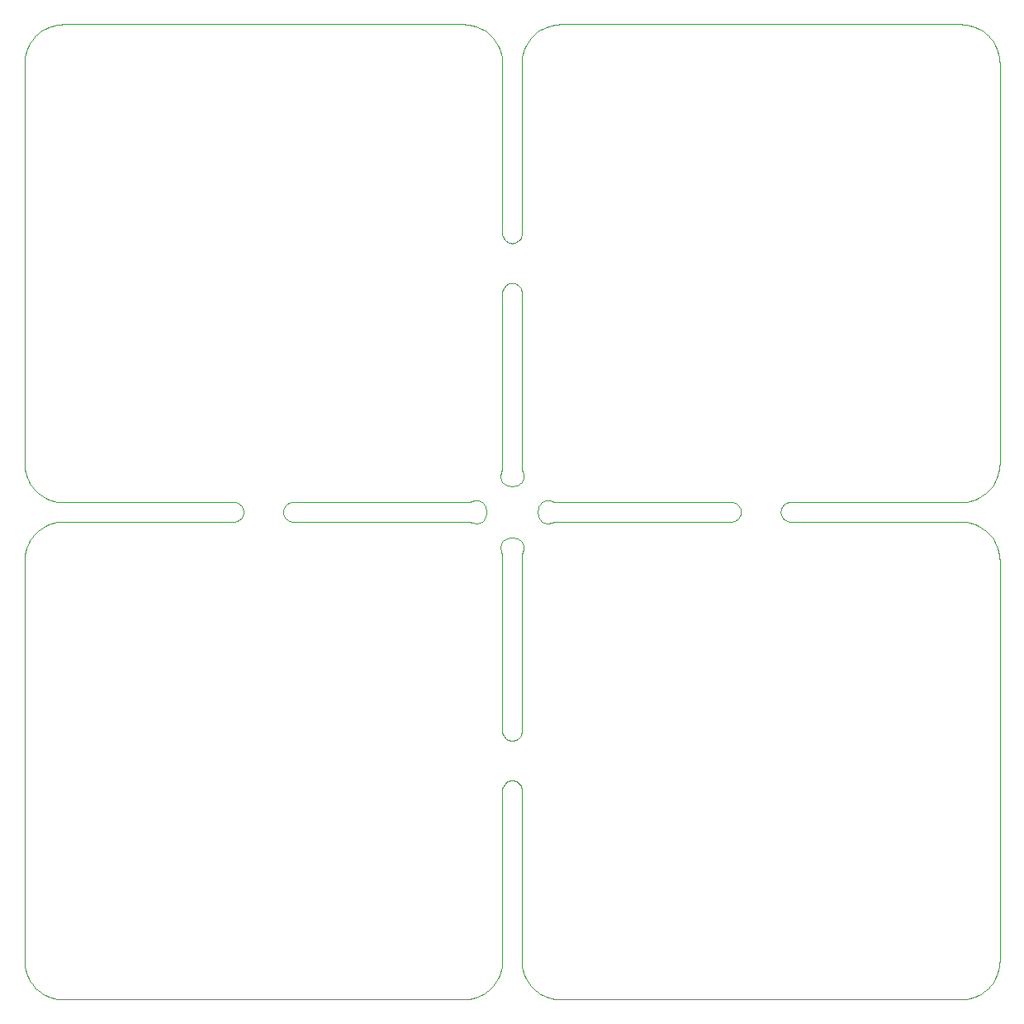
<source format=gko>
%MOIN*%
%OFA0B0*%
%FSLAX36Y36*%
%IPPOS*%
%LPD*%
%ADD10C,0*%
D10*
X000157480Y000000000D02*
X000157480Y000000000D01*
X001771653Y000000000D01*
X001784008Y000000485D01*
X001796288Y000001938D01*
X001808416Y000004351D01*
X001820317Y000007707D01*
X001831918Y000011987D01*
X001843147Y000017164D01*
X001853936Y000023206D01*
X001864218Y000030076D01*
X001873928Y000037731D01*
X001883008Y000046125D01*
X001891402Y000055205D01*
X001899057Y000064915D01*
X001905927Y000075197D01*
X001911969Y000085985D01*
X001917146Y000097215D01*
X001921426Y000108816D01*
X001924782Y000120717D01*
X001927195Y000132845D01*
X001928647Y000145124D01*
X001929133Y000157480D01*
X001929133Y000844892D01*
X001929618Y000851051D01*
X001931060Y000857058D01*
X001933424Y000862765D01*
X001936652Y000868033D01*
X001940665Y000872731D01*
X001945362Y000876743D01*
X001950630Y000879971D01*
X001956337Y000882335D01*
X001962345Y000883777D01*
X001968503Y000884262D01*
X001974662Y000883777D01*
X001980669Y000882335D01*
X001986377Y000879971D01*
X001991645Y000876743D01*
X001996342Y000872731D01*
X002000355Y000868033D01*
X002003582Y000862765D01*
X002005947Y000857058D01*
X002007389Y000851051D01*
X002007874Y000844892D01*
X002007874Y000844892D01*
X002007874Y000157480D01*
X002008359Y000145124D01*
X002009812Y000132845D01*
X002012225Y000120717D01*
X002015581Y000108816D01*
X002019861Y000097215D01*
X002025038Y000085985D01*
X002031080Y000075197D01*
X002037950Y000064915D01*
X002045605Y000055205D01*
X002053998Y000046125D01*
X002063078Y000037731D01*
X002072789Y000030076D01*
X002083070Y000023206D01*
X002093859Y000017164D01*
X002105089Y000011987D01*
X002116690Y000007707D01*
X002128590Y000004351D01*
X002140718Y000001938D01*
X002152998Y000000485D01*
X002165354Y000000000D01*
X003779527Y000000000D01*
X003791883Y000000485D01*
X003804162Y000001938D01*
X003816290Y000004351D01*
X003828191Y000007707D01*
X003839792Y000011987D01*
X003851021Y000017164D01*
X003861810Y000023206D01*
X003872092Y000030076D01*
X003881802Y000037731D01*
X003890882Y000046125D01*
X003899276Y000055205D01*
X003906931Y000064915D01*
X003913801Y000075197D01*
X003919843Y000085985D01*
X003925020Y000097215D01*
X003929300Y000108816D01*
X003932656Y000120717D01*
X003935069Y000132845D01*
X003936521Y000145124D01*
X003937007Y000157480D01*
X003937007Y001771653D01*
X003936521Y001784009D01*
X003935069Y001796288D01*
X003932656Y001808416D01*
X003929300Y001820317D01*
X003925020Y001831918D01*
X003919843Y001843148D01*
X003913801Y001853936D01*
X003906931Y001864218D01*
X003899276Y001873929D01*
X003890882Y001883009D01*
X003881802Y001891402D01*
X003872092Y001899057D01*
X003861810Y001905927D01*
X003851021Y001911969D01*
X003839792Y001917146D01*
X003828191Y001921426D01*
X003816290Y001924782D01*
X003804162Y001927195D01*
X003791883Y001928648D01*
X003779527Y001929133D01*
X003092115Y001929133D01*
X003089026Y001929255D01*
X003085956Y001929618D01*
X003082924Y001930221D01*
X003079949Y001931060D01*
X003077049Y001932130D01*
X003074241Y001933424D01*
X003071544Y001934935D01*
X003068974Y001936652D01*
X003066546Y001938566D01*
X003064276Y001940665D01*
X003062178Y001942935D01*
X003060264Y001945362D01*
X003058547Y001947933D01*
X003057036Y001950630D01*
X003055742Y001953437D01*
X003054672Y001956337D01*
X003053833Y001959313D01*
X003053230Y001962345D01*
X003052866Y001965414D01*
X003052745Y001968503D01*
X003052745Y001968504D01*
X003052866Y001971592D01*
X003053230Y001974662D01*
X003053833Y001977694D01*
X003054672Y001980670D01*
X003055742Y001983570D01*
X003057036Y001986377D01*
X003058547Y001989074D01*
X003060264Y001991645D01*
X003062178Y001994072D01*
X003064276Y001996342D01*
X003066546Y001998441D01*
X003068974Y002000355D01*
X003071544Y002002072D01*
X003074241Y002003583D01*
X003077049Y002004877D01*
X003079949Y002005947D01*
X003082924Y002006786D01*
X003085956Y002007389D01*
X003089026Y002007752D01*
X003092115Y002007874D01*
X003779527Y002007874D01*
X003791883Y002008359D01*
X003804162Y002009812D01*
X003816290Y002012225D01*
X003828191Y002015581D01*
X003839792Y002019861D01*
X003851021Y002025038D01*
X003861810Y002031080D01*
X003872092Y002037950D01*
X003881802Y002045605D01*
X003890882Y002053999D01*
X003899276Y002063079D01*
X003906931Y002072789D01*
X003913801Y002083071D01*
X003919843Y002093859D01*
X003925020Y002105089D01*
X003929300Y002116690D01*
X003932656Y002128591D01*
X003935069Y002140719D01*
X003936521Y002152998D01*
X003937007Y002165354D01*
X003937007Y003779527D01*
X003936521Y003791883D01*
X003935069Y003804162D01*
X003932656Y003816290D01*
X003929300Y003828191D01*
X003925020Y003839792D01*
X003919843Y003851022D01*
X003913801Y003861810D01*
X003906931Y003872092D01*
X003899276Y003881803D01*
X003890882Y003890883D01*
X003881802Y003899276D01*
X003872092Y003906931D01*
X003861810Y003913801D01*
X003851021Y003919843D01*
X003839792Y003925020D01*
X003828191Y003929300D01*
X003816290Y003932656D01*
X003804162Y003935069D01*
X003791883Y003936522D01*
X003779527Y003937007D01*
X002165354Y003937007D01*
X002152998Y003936522D01*
X002140718Y003935069D01*
X002128590Y003932656D01*
X002116690Y003929300D01*
X002105089Y003925020D01*
X002093859Y003919843D01*
X002083070Y003913801D01*
X002072789Y003906931D01*
X002063078Y003899276D01*
X002053998Y003890883D01*
X002045605Y003881803D01*
X002037950Y003872092D01*
X002031080Y003861810D01*
X002025038Y003851022D01*
X002019861Y003839792D01*
X002015581Y003828191D01*
X002012225Y003816290D01*
X002009812Y003804162D01*
X002008359Y003791883D01*
X002007874Y003779527D01*
X002007874Y003092115D01*
X002007874Y003092115D01*
X002007389Y003085956D01*
X002005947Y003079949D01*
X002003582Y003074241D01*
X002000355Y003068974D01*
X001996342Y003064276D01*
X001991645Y003060264D01*
X001986377Y003057036D01*
X001980669Y003054672D01*
X001974662Y003053230D01*
X001968503Y003052745D01*
X001962345Y003053230D01*
X001956337Y003054672D01*
X001950630Y003057036D01*
X001945362Y003060264D01*
X001940665Y003064276D01*
X001936652Y003068974D01*
X001933424Y003074241D01*
X001931060Y003079949D01*
X001929618Y003085956D01*
X001929133Y003092115D01*
X001929133Y003779527D01*
X001928647Y003791883D01*
X001927195Y003804162D01*
X001924782Y003816290D01*
X001921426Y003828191D01*
X001917146Y003839792D01*
X001911969Y003851022D01*
X001905927Y003861810D01*
X001899057Y003872092D01*
X001891402Y003881803D01*
X001883008Y003890883D01*
X001873928Y003899276D01*
X001864218Y003906931D01*
X001853936Y003913801D01*
X001843147Y003919843D01*
X001831918Y003925020D01*
X001820317Y003929300D01*
X001808416Y003932656D01*
X001796288Y003935069D01*
X001784008Y003936522D01*
X001771653Y003937007D01*
X000157480Y003937007D01*
X000145124Y003936522D01*
X000132844Y003935069D01*
X000120716Y003932656D01*
X000108816Y003929300D01*
X000097215Y003925020D01*
X000085985Y003919843D01*
X000075196Y003913801D01*
X000064915Y003906931D01*
X000055204Y003899276D01*
X000046124Y003890883D01*
X000037730Y003881803D01*
X000030076Y003872092D01*
X000023206Y003861810D01*
X000017164Y003851022D01*
X000011987Y003839792D01*
X000007707Y003828191D01*
X000004351Y003816290D01*
X000001938Y003804162D01*
X000000485Y003791883D01*
X000000000Y003779527D01*
X000000000Y002165354D01*
X000000485Y002152998D01*
X000001938Y002140719D01*
X000004351Y002128591D01*
X000007707Y002116690D01*
X000011987Y002105089D01*
X000017164Y002093859D01*
X000023206Y002083071D01*
X000030076Y002072789D01*
X000037730Y002063079D01*
X000046124Y002053999D01*
X000055204Y002045605D01*
X000064915Y002037950D01*
X000075196Y002031080D01*
X000085985Y002025038D01*
X000097215Y002019861D01*
X000108816Y002015581D01*
X000120716Y002012225D01*
X000132844Y002009812D01*
X000145124Y002008359D01*
X000157480Y002007874D01*
X000844892Y002007874D01*
X000847981Y002007752D01*
X000851051Y002007389D01*
X000854083Y002006786D01*
X000857058Y002005947D01*
X000859958Y002004877D01*
X000862765Y002003583D01*
X000865463Y002002072D01*
X000868033Y002000355D01*
X000870461Y001998441D01*
X000872731Y001996342D01*
X000874829Y001994072D01*
X000876743Y001991645D01*
X000878460Y001989074D01*
X000879971Y001986377D01*
X000881265Y001983570D01*
X000882335Y001980670D01*
X000883174Y001977694D01*
X000883777Y001974662D01*
X000884140Y001971592D01*
X000884262Y001968504D01*
X000884262Y001968503D01*
X000884140Y001965414D01*
X000883777Y001962345D01*
X000883174Y001959313D01*
X000882335Y001956337D01*
X000881265Y001953437D01*
X000879971Y001950630D01*
X000878460Y001947933D01*
X000876743Y001945362D01*
X000874829Y001942935D01*
X000872731Y001940665D01*
X000870461Y001938566D01*
X000868033Y001936652D01*
X000865463Y001934935D01*
X000862765Y001933424D01*
X000859958Y001932130D01*
X000857058Y001931060D01*
X000854083Y001930221D01*
X000851051Y001929618D01*
X000847981Y001929255D01*
X000844892Y001929133D01*
X000157480Y001929133D01*
X000145124Y001928648D01*
X000132844Y001927195D01*
X000120716Y001924782D01*
X000108816Y001921426D01*
X000097215Y001917146D01*
X000085985Y001911969D01*
X000075196Y001905927D01*
X000064915Y001899057D01*
X000055204Y001891402D01*
X000046124Y001883009D01*
X000037730Y001873929D01*
X000030076Y001864218D01*
X000023206Y001853936D01*
X000017164Y001843148D01*
X000011987Y001831918D01*
X000007707Y001820317D01*
X000004351Y001808416D01*
X000001938Y001796288D01*
X000000485Y001784009D01*
X000000000Y001771653D01*
X000000000Y000157480D01*
X000000485Y000145124D01*
X000001938Y000132845D01*
X000004351Y000120717D01*
X000007707Y000108816D01*
X000011987Y000097215D01*
X000017164Y000085985D01*
X000023206Y000075197D01*
X000030076Y000064915D01*
X000037730Y000055205D01*
X000046124Y000046125D01*
X000055204Y000037731D01*
X000064915Y000030076D01*
X000075196Y000023206D01*
X000085985Y000017164D01*
X000097215Y000011987D01*
X000108816Y000007707D01*
X000120716Y000004351D01*
X000132844Y000001938D01*
X000145124Y000000485D01*
X000157480Y000000000D01*
X002123239Y001923273D02*
X002123239Y001923273D01*
X002119702Y001922449D01*
X002116104Y001921955D01*
X002112475Y001921795D01*
X002108847Y001921970D01*
X002105251Y001922478D01*
X002101717Y001923315D01*
X002098275Y001924475D01*
X002094955Y001925947D01*
X002091784Y001927718D01*
X002088791Y001929774D01*
X002085999Y001932098D01*
X002083433Y001934668D01*
X002081115Y001937464D01*
X002079065Y001940462D01*
X002077300Y001943636D01*
X002075834Y001946960D01*
X002074682Y001950404D01*
X002073851Y001953940D01*
X002073350Y001957537D01*
X002073182Y001961165D01*
X002073182Y001975842D01*
X002073350Y001979470D01*
X002073851Y001983068D01*
X002074682Y001986603D01*
X002075834Y001990047D01*
X002077300Y001993371D01*
X002079065Y001996545D01*
X002081115Y001999543D01*
X002083433Y002002339D01*
X002085999Y002004910D01*
X002088790Y002007233D01*
X002091784Y002009289D01*
X002094955Y002011061D01*
X002098275Y002012532D01*
X002101717Y002013692D01*
X002105251Y002014529D01*
X002108847Y002015038D01*
X002112475Y002015212D01*
X002116104Y002015052D01*
X002119702Y002014558D01*
X002123239Y002013734D01*
X002128590Y002012225D01*
X002140718Y002009812D01*
X002152998Y002008359D01*
X002165354Y002007874D01*
X002852766Y002007874D01*
X002855855Y002007752D01*
X002858925Y002007389D01*
X002861957Y002006786D01*
X002864932Y002005947D01*
X002867832Y002004877D01*
X002870639Y002003583D01*
X002873337Y002002072D01*
X002875907Y002000355D01*
X002878335Y001998441D01*
X002880605Y001996342D01*
X002882703Y001994072D01*
X002884617Y001991645D01*
X002886334Y001989074D01*
X002887845Y001986377D01*
X002889139Y001983570D01*
X002890209Y001980670D01*
X002891048Y001977694D01*
X002891651Y001974662D01*
X002892015Y001971592D01*
X002892136Y001968504D01*
X002892136Y001968503D01*
X002892015Y001965414D01*
X002891651Y001962345D01*
X002891048Y001959313D01*
X002890209Y001956337D01*
X002889139Y001953437D01*
X002887845Y001950630D01*
X002886334Y001947933D01*
X002884617Y001945362D01*
X002882703Y001942935D01*
X002880605Y001940665D01*
X002878335Y001938566D01*
X002875907Y001936652D01*
X002873337Y001934935D01*
X002870639Y001933424D01*
X002867832Y001932130D01*
X002864932Y001931060D01*
X002861957Y001930221D01*
X002858925Y001929618D01*
X002855855Y001929255D01*
X002852766Y001929133D01*
X002165354Y001929133D01*
X002152998Y001928648D01*
X002140718Y001927195D01*
X002128590Y001924782D01*
X002123239Y001923273D01*
X001923273Y001813768D02*
X001923273Y001813768D01*
X001922449Y001817305D01*
X001921955Y001820903D01*
X001921795Y001824531D01*
X001921969Y001828159D01*
X001922478Y001831755D01*
X001923315Y001835289D01*
X001924475Y001838730D01*
X001925946Y001842051D01*
X001927718Y001845221D01*
X001929774Y001848215D01*
X001932097Y001851006D01*
X001934668Y001853572D01*
X001937464Y001855890D01*
X001940461Y001857940D01*
X001943635Y001859705D01*
X001946958Y001861171D01*
X001950402Y001862324D01*
X001953938Y001863154D01*
X001957535Y001863656D01*
X001961163Y001863823D01*
X001975840Y001863824D01*
X001979468Y001863657D01*
X001983065Y001863156D01*
X001986601Y001862326D01*
X001990045Y001861173D01*
X001993369Y001859708D01*
X001996543Y001857943D01*
X001999541Y001855892D01*
X002002337Y001853575D01*
X002004908Y001851009D01*
X002007232Y001848217D01*
X002009288Y001845223D01*
X002011060Y001842053D01*
X002012532Y001838732D01*
X002013691Y001835290D01*
X002014529Y001831756D01*
X002015037Y001828160D01*
X002015212Y001824532D01*
X002015052Y001820903D01*
X002014557Y001817305D01*
X002013734Y001813768D01*
X002012225Y001808416D01*
X002009812Y001796288D01*
X002008359Y001784009D01*
X002007874Y001771653D01*
X002007874Y001084241D01*
X002007874Y001084241D01*
X002007389Y001078082D01*
X002005947Y001072075D01*
X002003582Y001066367D01*
X002000355Y001061100D01*
X001996342Y001056402D01*
X001991645Y001052390D01*
X001986377Y001049162D01*
X001980669Y001046798D01*
X001974662Y001045356D01*
X001968503Y001044871D01*
X001962345Y001045356D01*
X001956337Y001046798D01*
X001950630Y001049162D01*
X001945362Y001052390D01*
X001940665Y001056402D01*
X001936652Y001061100D01*
X001933424Y001066367D01*
X001931060Y001072075D01*
X001929618Y001078082D01*
X001929133Y001084241D01*
X001929133Y001771653D01*
X001928647Y001784009D01*
X001927195Y001796288D01*
X001924782Y001808416D01*
X001923273Y001813768D01*
X001813767Y002013734D02*
X001813767Y002013734D01*
X001817305Y002014558D01*
X001820903Y002015052D01*
X001824531Y002015212D01*
X001828159Y002015038D01*
X001831755Y002014529D01*
X001835289Y002013692D01*
X001838731Y002012532D01*
X001842052Y002011061D01*
X001845222Y002009289D01*
X001848216Y002007233D01*
X001851008Y002004909D01*
X001853573Y002002339D01*
X001855891Y001999543D01*
X001857941Y001996545D01*
X001859707Y001993371D01*
X001861172Y001990047D01*
X001862325Y001986603D01*
X001863155Y001983068D01*
X001863656Y001979470D01*
X001863824Y001975842D01*
X001863824Y001961165D01*
X001863656Y001957537D01*
X001863155Y001953940D01*
X001862325Y001950404D01*
X001861172Y001946960D01*
X001859707Y001943637D01*
X001857941Y001940462D01*
X001855891Y001937465D01*
X001853573Y001934668D01*
X001851008Y001932098D01*
X001848216Y001929774D01*
X001845222Y001927718D01*
X001842052Y001925947D01*
X001838731Y001924475D01*
X001835289Y001923315D01*
X001831755Y001922478D01*
X001828159Y001921970D01*
X001824531Y001921795D01*
X001820903Y001921955D01*
X001817305Y001922449D01*
X001813767Y001923273D01*
X001808416Y001924782D01*
X001796288Y001927195D01*
X001784008Y001928648D01*
X001771653Y001929133D01*
X001084241Y001929133D01*
X001081152Y001929255D01*
X001078082Y001929618D01*
X001075050Y001930221D01*
X001072075Y001931060D01*
X001069175Y001932130D01*
X001066367Y001933424D01*
X001063670Y001934935D01*
X001061100Y001936652D01*
X001058672Y001938566D01*
X001056402Y001940665D01*
X001054304Y001942935D01*
X001052390Y001945362D01*
X001050673Y001947933D01*
X001049162Y001950630D01*
X001047868Y001953437D01*
X001046798Y001956337D01*
X001045959Y001959313D01*
X001045356Y001962345D01*
X001044992Y001965414D01*
X001044871Y001968503D01*
X001044871Y001968504D01*
X001044992Y001971592D01*
X001045356Y001974662D01*
X001045959Y001977694D01*
X001046798Y001980670D01*
X001047868Y001983570D01*
X001049162Y001986377D01*
X001050673Y001989074D01*
X001052390Y001991645D01*
X001054304Y001994072D01*
X001056402Y001996342D01*
X001058672Y001998441D01*
X001061100Y002000355D01*
X001063670Y002002072D01*
X001066367Y002003583D01*
X001069175Y002004877D01*
X001072075Y002005947D01*
X001075050Y002006786D01*
X001078082Y002007389D01*
X001081152Y002007752D01*
X001084241Y002007874D01*
X001771653Y002007874D01*
X001784008Y002008359D01*
X001796288Y002009812D01*
X001808416Y002012225D01*
X001813767Y002013734D01*
X002013734Y002123239D02*
X002013734Y002123239D01*
X002014558Y002119702D01*
X002015052Y002116104D01*
X002015212Y002112475D01*
X002015037Y002108847D01*
X002014529Y002105251D01*
X002013691Y002101717D01*
X002012532Y002098275D01*
X002011060Y002094954D01*
X002009288Y002091784D01*
X002007232Y002088790D01*
X002004908Y002085998D01*
X002002338Y002083433D01*
X001999541Y002081115D01*
X001996543Y002079065D01*
X001993369Y002077299D01*
X001990045Y002075834D01*
X001986601Y002074681D01*
X001983065Y002073851D01*
X001979468Y002073350D01*
X001975840Y002073183D01*
X001961162Y002073184D01*
X001957535Y002073351D01*
X001953937Y002073853D01*
X001950402Y002074683D01*
X001946958Y002075836D01*
X001943635Y002077302D01*
X001940461Y002079067D01*
X001937463Y002081117D01*
X001934667Y002083435D01*
X001932097Y002086001D01*
X001929774Y002088792D01*
X001927718Y002091786D01*
X001925946Y002094956D01*
X001924475Y002098277D01*
X001923315Y002101718D01*
X001922478Y002105252D01*
X001921969Y002108848D01*
X001921795Y002112476D01*
X001921955Y002116104D01*
X001922449Y002119702D01*
X001923273Y002123239D01*
X001924782Y002128591D01*
X001927195Y002140719D01*
X001928647Y002152998D01*
X001929133Y002165354D01*
X001929133Y002852766D01*
X001929618Y002858925D01*
X001931060Y002864932D01*
X001933424Y002870639D01*
X001936652Y002875907D01*
X001940665Y002880605D01*
X001945362Y002884617D01*
X001950630Y002887845D01*
X001956337Y002890209D01*
X001962345Y002891651D01*
X001968503Y002892136D01*
X001974662Y002891651D01*
X001980669Y002890209D01*
X001986377Y002887845D01*
X001991645Y002884617D01*
X001996342Y002880605D01*
X002000355Y002875907D01*
X002003582Y002870639D01*
X002005947Y002864932D01*
X002007389Y002858925D01*
X002007874Y002852766D01*
X002007874Y002852766D01*
X002007874Y002165354D01*
X002008359Y002152998D01*
X002009812Y002140719D01*
X002012225Y002128591D01*
X002013734Y002123239D01*
M02*
</source>
